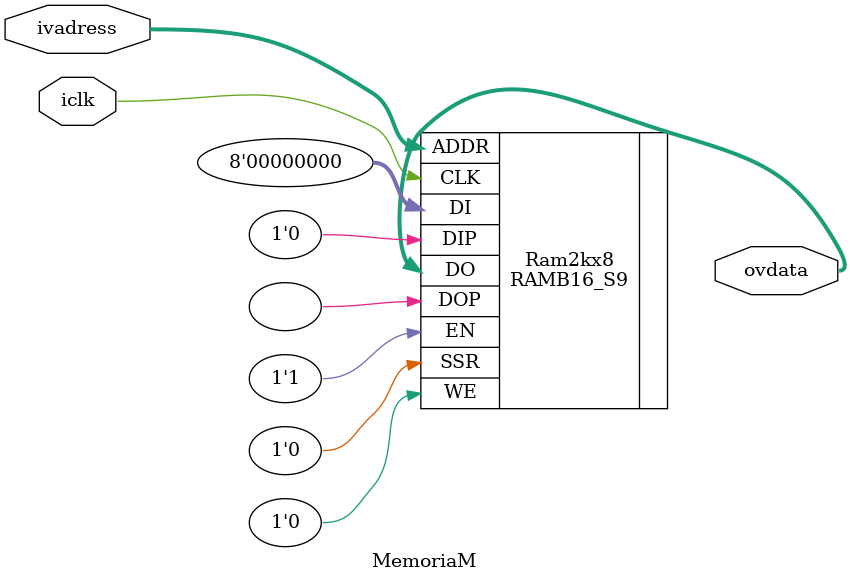
<source format=v>
`timescale 1ns / 1ps
module MemoriaM(
	input iclk,
	input [10:0] ivadress,
	output [7:0] ovdata
    );
	 
	RAMB16_S9     Ram2kx8
	 (
	 .DI(8'b0),		
	 .DIP(1'b0),
	 .EN(1'b1),
	 .WE(1'b0),
	 .SSR(1'b0),
	 .CLK(iclk),
	 .ADDR(ivadress),
	 .DO(ovdata),
	 .DOP()
	 );
	 
	 defparam Ram2kx8.INIT_00=256'hFFEEDD0CBBAA99807766554433221100;

endmodule

</source>
